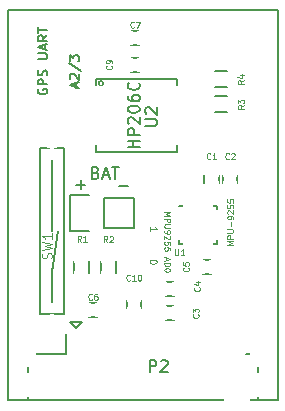
<source format=gto>
G04 #@! TF.FileFunction,Legend,Top*
%FSLAX46Y46*%
G04 Gerber Fmt 4.6, Leading zero omitted, Abs format (unit mm)*
G04 Created by KiCad (PCBNEW 4.0.0-rc2-stable) date 8/12/2015 5:56:54 PM*
%MOMM*%
G01*
G04 APERTURE LIST*
%ADD10C,0.100000*%
%ADD11C,0.130000*%
%ADD12C,0.200000*%
%ADD13C,0.180000*%
%ADD14C,0.150000*%
%ADD15C,0.381000*%
%ADD16R,1.200000X2.000000*%
%ADD17R,2.300000X3.400000*%
%ADD18R,1.600000X1.150000*%
%ADD19R,1.150000X1.600000*%
%ADD20R,1.400000X0.900000*%
%ADD21R,1.300000X1.600000*%
%ADD22R,0.950000X0.600000*%
%ADD23R,0.600000X0.950000*%
%ADD24R,1.275000X1.200000*%
%ADD25R,2.100000X1.300000*%
%ADD26R,1.150000X1.200000*%
%ADD27R,1.200000X1.150000*%
%ADD28R,0.900000X1.300000*%
%ADD29C,2.200000*%
%ADD30C,2.000000*%
%ADD31R,2.432000X2.432000*%
%ADD32O,2.432000X2.432000*%
G04 APERTURE END LIST*
D10*
D11*
X180433333Y-108771428D02*
X180433333Y-108390476D01*
X180661905Y-108847619D02*
X179861905Y-108580952D01*
X180661905Y-108314285D01*
X179938095Y-108085714D02*
X179900000Y-108047619D01*
X179861905Y-107971428D01*
X179861905Y-107780952D01*
X179900000Y-107704762D01*
X179938095Y-107666666D01*
X180014286Y-107628571D01*
X180090476Y-107628571D01*
X180204762Y-107666666D01*
X180661905Y-108123809D01*
X180661905Y-107628571D01*
X179823810Y-106714285D02*
X180852381Y-107400000D01*
X179861905Y-106523809D02*
X179861905Y-106028571D01*
X180166667Y-106295238D01*
X180166667Y-106180952D01*
X180204762Y-106104762D01*
X180242857Y-106066666D01*
X180319048Y-106028571D01*
X180509524Y-106028571D01*
X180585714Y-106066666D01*
X180623810Y-106104762D01*
X180661905Y-106180952D01*
X180661905Y-106409524D01*
X180623810Y-106485714D01*
X180585714Y-106523809D01*
D10*
X187247171Y-123491629D02*
X187247171Y-123548772D01*
X187218600Y-123605915D01*
X187190029Y-123634486D01*
X187132886Y-123663057D01*
X187018600Y-123691629D01*
X186875743Y-123691629D01*
X186761457Y-123663057D01*
X186704314Y-123634486D01*
X186675743Y-123605915D01*
X186647171Y-123548772D01*
X186647171Y-123491629D01*
X186675743Y-123434486D01*
X186704314Y-123405915D01*
X186761457Y-123377343D01*
X186875743Y-123348772D01*
X187018600Y-123348772D01*
X187132886Y-123377343D01*
X187190029Y-123405915D01*
X187218600Y-123434486D01*
X187247171Y-123491629D01*
X186697971Y-120948429D02*
X186697971Y-120605572D01*
X186697971Y-120777000D02*
X187297971Y-120777000D01*
X187212257Y-120719857D01*
X187155114Y-120662715D01*
X187126543Y-120605572D01*
D12*
X184048448Y-117089229D02*
X184810353Y-117089229D01*
X182065705Y-115981171D02*
X182208562Y-116028790D01*
X182256181Y-116076410D01*
X182303800Y-116171648D01*
X182303800Y-116314505D01*
X182256181Y-116409743D01*
X182208562Y-116457362D01*
X182113324Y-116504981D01*
X181732371Y-116504981D01*
X181732371Y-115504981D01*
X182065705Y-115504981D01*
X182160943Y-115552600D01*
X182208562Y-115600219D01*
X182256181Y-115695457D01*
X182256181Y-115790695D01*
X182208562Y-115885933D01*
X182160943Y-115933552D01*
X182065705Y-115981171D01*
X181732371Y-115981171D01*
X182684752Y-116219267D02*
X183160943Y-116219267D01*
X182589514Y-116504981D02*
X182922847Y-115504981D01*
X183256181Y-116504981D01*
X183446657Y-115504981D02*
X184018086Y-115504981D01*
X183732371Y-116504981D02*
X183732371Y-115504981D01*
X180441648Y-116987629D02*
X181203553Y-116987629D01*
X180822601Y-117368581D02*
X180822601Y-116606676D01*
D13*
X177222200Y-108895857D02*
X177184105Y-108972048D01*
X177184105Y-109086333D01*
X177222200Y-109200619D01*
X177298390Y-109276810D01*
X177374581Y-109314905D01*
X177526962Y-109353000D01*
X177641248Y-109353000D01*
X177793629Y-109314905D01*
X177869819Y-109276810D01*
X177946010Y-109200619D01*
X177984105Y-109086333D01*
X177984105Y-109010143D01*
X177946010Y-108895857D01*
X177907914Y-108857762D01*
X177641248Y-108857762D01*
X177641248Y-109010143D01*
X177984105Y-108514905D02*
X177184105Y-108514905D01*
X177184105Y-108210143D01*
X177222200Y-108133952D01*
X177260295Y-108095857D01*
X177336486Y-108057762D01*
X177450771Y-108057762D01*
X177526962Y-108095857D01*
X177565057Y-108133952D01*
X177603152Y-108210143D01*
X177603152Y-108514905D01*
X177946010Y-107753000D02*
X177984105Y-107638714D01*
X177984105Y-107448238D01*
X177946010Y-107372048D01*
X177907914Y-107333952D01*
X177831724Y-107295857D01*
X177755533Y-107295857D01*
X177679343Y-107333952D01*
X177641248Y-107372048D01*
X177603152Y-107448238D01*
X177565057Y-107600619D01*
X177526962Y-107676810D01*
X177488867Y-107714905D01*
X177412676Y-107753000D01*
X177336486Y-107753000D01*
X177260295Y-107714905D01*
X177222200Y-107676810D01*
X177184105Y-107600619D01*
X177184105Y-107410143D01*
X177222200Y-107295857D01*
X177184105Y-106343476D02*
X177831724Y-106343476D01*
X177907914Y-106305381D01*
X177946010Y-106267285D01*
X177984105Y-106191095D01*
X177984105Y-106038714D01*
X177946010Y-105962523D01*
X177907914Y-105924428D01*
X177831724Y-105886333D01*
X177184105Y-105886333D01*
X177755533Y-105543476D02*
X177755533Y-105162524D01*
X177984105Y-105619667D02*
X177184105Y-105353000D01*
X177984105Y-105086333D01*
X177984105Y-104362524D02*
X177603152Y-104629191D01*
X177984105Y-104819667D02*
X177184105Y-104819667D01*
X177184105Y-104514905D01*
X177222200Y-104438714D01*
X177260295Y-104400619D01*
X177336486Y-104362524D01*
X177450771Y-104362524D01*
X177526962Y-104400619D01*
X177565057Y-104438714D01*
X177603152Y-104514905D01*
X177603152Y-104819667D01*
X177184105Y-104133953D02*
X177184105Y-103676810D01*
X177984105Y-103905381D02*
X177184105Y-103905381D01*
D10*
X187886210Y-119293336D02*
X188386210Y-119293336D01*
X188029067Y-119460002D01*
X188386210Y-119626669D01*
X187886210Y-119626669D01*
X187886210Y-119864765D02*
X188386210Y-119864765D01*
X188386210Y-120055241D01*
X188362400Y-120102860D01*
X188338590Y-120126669D01*
X188290971Y-120150479D01*
X188219543Y-120150479D01*
X188171924Y-120126669D01*
X188148114Y-120102860D01*
X188124305Y-120055241D01*
X188124305Y-119864765D01*
X188386210Y-120364765D02*
X187981448Y-120364765D01*
X187933829Y-120388574D01*
X187910019Y-120412384D01*
X187886210Y-120460003D01*
X187886210Y-120555241D01*
X187910019Y-120602860D01*
X187933829Y-120626669D01*
X187981448Y-120650479D01*
X188386210Y-120650479D01*
X187886210Y-120912384D02*
X187886210Y-121007622D01*
X187910019Y-121055241D01*
X187933829Y-121079051D01*
X188005257Y-121126670D01*
X188100495Y-121150479D01*
X188290971Y-121150479D01*
X188338590Y-121126670D01*
X188362400Y-121102860D01*
X188386210Y-121055241D01*
X188386210Y-120960003D01*
X188362400Y-120912384D01*
X188338590Y-120888575D01*
X188290971Y-120864765D01*
X188171924Y-120864765D01*
X188124305Y-120888575D01*
X188100495Y-120912384D01*
X188076686Y-120960003D01*
X188076686Y-121055241D01*
X188100495Y-121102860D01*
X188124305Y-121126670D01*
X188171924Y-121150479D01*
X188338590Y-121340955D02*
X188362400Y-121364765D01*
X188386210Y-121412384D01*
X188386210Y-121531431D01*
X188362400Y-121579050D01*
X188338590Y-121602860D01*
X188290971Y-121626669D01*
X188243352Y-121626669D01*
X188171924Y-121602860D01*
X187886210Y-121317146D01*
X187886210Y-121626669D01*
X188386210Y-122079050D02*
X188386210Y-121840955D01*
X188148114Y-121817145D01*
X188171924Y-121840955D01*
X188195733Y-121888574D01*
X188195733Y-122007621D01*
X188171924Y-122055240D01*
X188148114Y-122079050D01*
X188100495Y-122102859D01*
X187981448Y-122102859D01*
X187933829Y-122079050D01*
X187910019Y-122055240D01*
X187886210Y-122007621D01*
X187886210Y-121888574D01*
X187910019Y-121840955D01*
X187933829Y-121817145D01*
X188386210Y-122555240D02*
X188386210Y-122317145D01*
X188148114Y-122293335D01*
X188171924Y-122317145D01*
X188195733Y-122364764D01*
X188195733Y-122483811D01*
X188171924Y-122531430D01*
X188148114Y-122555240D01*
X188100495Y-122579049D01*
X187981448Y-122579049D01*
X187933829Y-122555240D01*
X187910019Y-122531430D01*
X187886210Y-122483811D01*
X187886210Y-122364764D01*
X187910019Y-122317145D01*
X187933829Y-122293335D01*
X188029067Y-123150477D02*
X188029067Y-123388572D01*
X187886210Y-123102858D02*
X188386210Y-123269525D01*
X187886210Y-123436191D01*
X187886210Y-123602858D02*
X188386210Y-123602858D01*
X188386210Y-123721905D01*
X188362400Y-123793334D01*
X188314781Y-123840953D01*
X188267162Y-123864762D01*
X188171924Y-123888572D01*
X188100495Y-123888572D01*
X188005257Y-123864762D01*
X187957638Y-123840953D01*
X187910019Y-123793334D01*
X187886210Y-123721905D01*
X187886210Y-123602858D01*
X188386210Y-124198096D02*
X188386210Y-124245715D01*
X188362400Y-124293334D01*
X188338590Y-124317143D01*
X188290971Y-124340953D01*
X188195733Y-124364762D01*
X188076686Y-124364762D01*
X187981448Y-124340953D01*
X187933829Y-124317143D01*
X187910019Y-124293334D01*
X187886210Y-124245715D01*
X187886210Y-124198096D01*
X187910019Y-124150477D01*
X187933829Y-124126667D01*
X187981448Y-124102858D01*
X188076686Y-124079048D01*
X188195733Y-124079048D01*
X188290971Y-124102858D01*
X188338590Y-124126667D01*
X188362400Y-124150477D01*
X188386210Y-124198096D01*
D14*
X179530000Y-129624600D02*
X179530000Y-131324600D01*
X179530000Y-131324600D02*
X176330000Y-131324600D01*
X176330000Y-131324600D02*
X176330000Y-135224600D01*
X176330000Y-135224600D02*
X195780000Y-135224600D01*
X195780000Y-135224600D02*
X195780000Y-131324600D01*
X195780000Y-131324600D02*
X194780000Y-131324600D01*
X180430000Y-129124600D02*
X179930000Y-128624600D01*
X179930000Y-128624600D02*
X180930000Y-128624600D01*
X180930000Y-128624600D02*
X180430000Y-129124600D01*
X187991000Y-127289000D02*
X188691000Y-127289000D01*
X188691000Y-128489000D02*
X187991000Y-128489000D01*
X187991000Y-125257000D02*
X188691000Y-125257000D01*
X188691000Y-126457000D02*
X187991000Y-126457000D01*
X181514000Y-127035000D02*
X182214000Y-127035000D01*
X182214000Y-128235000D02*
X181514000Y-128235000D01*
X185770000Y-105197200D02*
X185070000Y-105197200D01*
X185070000Y-103997200D02*
X185770000Y-103997200D01*
X185770000Y-107432400D02*
X185070000Y-107432400D01*
X185070000Y-106232400D02*
X185770000Y-106232400D01*
X184693000Y-127477000D02*
X184693000Y-126777000D01*
X185893000Y-126777000D02*
X185893000Y-127477000D01*
X182484400Y-124477400D02*
X182484400Y-123477400D01*
X183834400Y-123477400D02*
X183834400Y-124477400D01*
X189154000Y-121996000D02*
X189154000Y-121596000D01*
X189154000Y-121996000D02*
X189554000Y-121996000D01*
X192354000Y-121996000D02*
X192354000Y-121596000D01*
X192354000Y-121996000D02*
X191954000Y-121996000D01*
X192354000Y-118796000D02*
X192354000Y-119196000D01*
X192354000Y-118796000D02*
X191954000Y-118796000D01*
X189154000Y-118796000D02*
X189554000Y-118796000D01*
X182718000Y-108420000D02*
G75*
G03X182718000Y-108420000I-200000J0D01*
G01*
X182118000Y-113620000D02*
X182118000Y-114220000D01*
X182118000Y-114220000D02*
X188918000Y-114220000D01*
X188918000Y-114220000D02*
X188918000Y-113620000D01*
X188918000Y-108620000D02*
X188918000Y-108720000D01*
X182118000Y-108720000D02*
X182118000Y-108020000D01*
X182118000Y-108020000D02*
X188918000Y-108020000D01*
X188918000Y-108020000D02*
X188918000Y-108620000D01*
X191284300Y-116872500D02*
X191284300Y-116172500D01*
X192484300Y-116172500D02*
X192484300Y-116872500D01*
X192846400Y-116847100D02*
X192846400Y-116147100D01*
X194046400Y-116147100D02*
X194046400Y-116847100D01*
X191166000Y-123352000D02*
X191866000Y-123352000D01*
X191866000Y-124552000D02*
X191166000Y-124552000D01*
X181548400Y-123477400D02*
X181548400Y-124477400D01*
X180198400Y-124477400D02*
X180198400Y-123477400D01*
X192184400Y-109510200D02*
X193184400Y-109510200D01*
X193184400Y-110860200D02*
X192184400Y-110860200D01*
X192159000Y-107402000D02*
X193159000Y-107402000D01*
X193159000Y-108752000D02*
X192159000Y-108752000D01*
X174625000Y-102235000D02*
X197485000Y-102235000D01*
X197485000Y-102235000D02*
X197485000Y-135255000D01*
X197485000Y-135255000D02*
X174625000Y-135255000D01*
X174625000Y-135255000D02*
X174625000Y-102235000D01*
X178871500Y-120929400D02*
X178371500Y-124429400D01*
X178371500Y-124429400D02*
X178371500Y-126929400D01*
X178371500Y-114929400D02*
X178371500Y-120929400D01*
X179371500Y-113929400D02*
X177371500Y-113929400D01*
X177371500Y-113929400D02*
X177371500Y-127929400D01*
X177371500Y-127929400D02*
X179371500Y-127929400D01*
X179371500Y-127929400D02*
X179371500Y-113929400D01*
X182753000Y-118110000D02*
X185293000Y-118110000D01*
X179933000Y-117830000D02*
X181483000Y-117830000D01*
X182753000Y-118110000D02*
X182753000Y-120650000D01*
X181483000Y-120930000D02*
X179933000Y-120930000D01*
X179933000Y-120930000D02*
X179933000Y-117830000D01*
X182753000Y-120650000D02*
X185293000Y-120650000D01*
X185293000Y-120650000D02*
X185293000Y-118110000D01*
X186637705Y-132862581D02*
X186637705Y-131862581D01*
X187018658Y-131862581D01*
X187113896Y-131910200D01*
X187161515Y-131957819D01*
X187209134Y-132053057D01*
X187209134Y-132195914D01*
X187161515Y-132291152D01*
X187113896Y-132338771D01*
X187018658Y-132386390D01*
X186637705Y-132386390D01*
X187590086Y-131957819D02*
X187637705Y-131910200D01*
X187732943Y-131862581D01*
X187971039Y-131862581D01*
X188066277Y-131910200D01*
X188113896Y-131957819D01*
X188161515Y-132053057D01*
X188161515Y-132148295D01*
X188113896Y-132291152D01*
X187542467Y-132862581D01*
X188161515Y-132862581D01*
D10*
X190742071Y-127972333D02*
X190765881Y-127996143D01*
X190789690Y-128067571D01*
X190789690Y-128115190D01*
X190765881Y-128186619D01*
X190718262Y-128234238D01*
X190670643Y-128258047D01*
X190575405Y-128281857D01*
X190503976Y-128281857D01*
X190408738Y-128258047D01*
X190361119Y-128234238D01*
X190313500Y-128186619D01*
X190289690Y-128115190D01*
X190289690Y-128067571D01*
X190313500Y-127996143D01*
X190337310Y-127972333D01*
X190289690Y-127805666D02*
X190289690Y-127496143D01*
X190480167Y-127662809D01*
X190480167Y-127591381D01*
X190503976Y-127543762D01*
X190527786Y-127519952D01*
X190575405Y-127496143D01*
X190694452Y-127496143D01*
X190742071Y-127519952D01*
X190765881Y-127543762D01*
X190789690Y-127591381D01*
X190789690Y-127734238D01*
X190765881Y-127781857D01*
X190742071Y-127805666D01*
X190856371Y-125686333D02*
X190880181Y-125710143D01*
X190903990Y-125781571D01*
X190903990Y-125829190D01*
X190880181Y-125900619D01*
X190832562Y-125948238D01*
X190784943Y-125972047D01*
X190689705Y-125995857D01*
X190618276Y-125995857D01*
X190523038Y-125972047D01*
X190475419Y-125948238D01*
X190427800Y-125900619D01*
X190403990Y-125829190D01*
X190403990Y-125781571D01*
X190427800Y-125710143D01*
X190451610Y-125686333D01*
X190570657Y-125257762D02*
X190903990Y-125257762D01*
X190380181Y-125376809D02*
X190737324Y-125495857D01*
X190737324Y-125186333D01*
X181755267Y-126695971D02*
X181731457Y-126719781D01*
X181660029Y-126743590D01*
X181612410Y-126743590D01*
X181540981Y-126719781D01*
X181493362Y-126672162D01*
X181469553Y-126624543D01*
X181445743Y-126529305D01*
X181445743Y-126457876D01*
X181469553Y-126362638D01*
X181493362Y-126315019D01*
X181540981Y-126267400D01*
X181612410Y-126243590D01*
X181660029Y-126243590D01*
X181731457Y-126267400D01*
X181755267Y-126291210D01*
X182183838Y-126243590D02*
X182088600Y-126243590D01*
X182040981Y-126267400D01*
X182017172Y-126291210D01*
X181969553Y-126362638D01*
X181945743Y-126457876D01*
X181945743Y-126648352D01*
X181969553Y-126695971D01*
X181993362Y-126719781D01*
X182040981Y-126743590D01*
X182136219Y-126743590D01*
X182183838Y-126719781D01*
X182207648Y-126695971D01*
X182231457Y-126648352D01*
X182231457Y-126529305D01*
X182207648Y-126481686D01*
X182183838Y-126457876D01*
X182136219Y-126434067D01*
X182040981Y-126434067D01*
X181993362Y-126457876D01*
X181969553Y-126481686D01*
X181945743Y-126529305D01*
X185311267Y-103645471D02*
X185287457Y-103669281D01*
X185216029Y-103693090D01*
X185168410Y-103693090D01*
X185096981Y-103669281D01*
X185049362Y-103621662D01*
X185025553Y-103574043D01*
X185001743Y-103478805D01*
X185001743Y-103407376D01*
X185025553Y-103312138D01*
X185049362Y-103264519D01*
X185096981Y-103216900D01*
X185168410Y-103193090D01*
X185216029Y-103193090D01*
X185287457Y-103216900D01*
X185311267Y-103240710D01*
X185477934Y-103193090D02*
X185811267Y-103193090D01*
X185596981Y-103693090D01*
X183401471Y-106915733D02*
X183425281Y-106939543D01*
X183449090Y-107010971D01*
X183449090Y-107058590D01*
X183425281Y-107130019D01*
X183377662Y-107177638D01*
X183330043Y-107201447D01*
X183234805Y-107225257D01*
X183163376Y-107225257D01*
X183068138Y-107201447D01*
X183020519Y-107177638D01*
X182972900Y-107130019D01*
X182949090Y-107058590D01*
X182949090Y-107010971D01*
X182972900Y-106939543D01*
X182996710Y-106915733D01*
X183449090Y-106677638D02*
X183449090Y-106582400D01*
X183425281Y-106534781D01*
X183401471Y-106510971D01*
X183330043Y-106463352D01*
X183234805Y-106439543D01*
X183044329Y-106439543D01*
X182996710Y-106463352D01*
X182972900Y-106487162D01*
X182949090Y-106534781D01*
X182949090Y-106630019D01*
X182972900Y-106677638D01*
X182996710Y-106701447D01*
X183044329Y-106725257D01*
X183163376Y-106725257D01*
X183210995Y-106701447D01*
X183234805Y-106677638D01*
X183258614Y-106630019D01*
X183258614Y-106534781D01*
X183234805Y-106487162D01*
X183210995Y-106463352D01*
X183163376Y-106439543D01*
X184971572Y-125070371D02*
X184947762Y-125094181D01*
X184876334Y-125117990D01*
X184828715Y-125117990D01*
X184757286Y-125094181D01*
X184709667Y-125046562D01*
X184685858Y-124998943D01*
X184662048Y-124903705D01*
X184662048Y-124832276D01*
X184685858Y-124737038D01*
X184709667Y-124689419D01*
X184757286Y-124641800D01*
X184828715Y-124617990D01*
X184876334Y-124617990D01*
X184947762Y-124641800D01*
X184971572Y-124665610D01*
X185447762Y-125117990D02*
X185162048Y-125117990D01*
X185304905Y-125117990D02*
X185304905Y-124617990D01*
X185257286Y-124689419D01*
X185209667Y-124737038D01*
X185162048Y-124760848D01*
X185757286Y-124617990D02*
X185804905Y-124617990D01*
X185852524Y-124641800D01*
X185876333Y-124665610D01*
X185900143Y-124713229D01*
X185923952Y-124808467D01*
X185923952Y-124927514D01*
X185900143Y-125022752D01*
X185876333Y-125070371D01*
X185852524Y-125094181D01*
X185804905Y-125117990D01*
X185757286Y-125117990D01*
X185709667Y-125094181D01*
X185685857Y-125070371D01*
X185662048Y-125022752D01*
X185638238Y-124927514D01*
X185638238Y-124808467D01*
X185662048Y-124713229D01*
X185685857Y-124665610D01*
X185709667Y-124641800D01*
X185757286Y-124617990D01*
X183063367Y-121841390D02*
X182896700Y-121603295D01*
X182777653Y-121841390D02*
X182777653Y-121341390D01*
X182968129Y-121341390D01*
X183015748Y-121365200D01*
X183039557Y-121389010D01*
X183063367Y-121436629D01*
X183063367Y-121508057D01*
X183039557Y-121555676D01*
X183015748Y-121579486D01*
X182968129Y-121603295D01*
X182777653Y-121603295D01*
X183253843Y-121389010D02*
X183277653Y-121365200D01*
X183325272Y-121341390D01*
X183444319Y-121341390D01*
X183491938Y-121365200D01*
X183515748Y-121389010D01*
X183539557Y-121436629D01*
X183539557Y-121484248D01*
X183515748Y-121555676D01*
X183230034Y-121841390D01*
X183539557Y-121841390D01*
X188785548Y-122471690D02*
X188785548Y-122876452D01*
X188809357Y-122924071D01*
X188833167Y-122947881D01*
X188880786Y-122971690D01*
X188976024Y-122971690D01*
X189023643Y-122947881D01*
X189047452Y-122924071D01*
X189071262Y-122876452D01*
X189071262Y-122471690D01*
X189571262Y-122971690D02*
X189285548Y-122971690D01*
X189428405Y-122971690D02*
X189428405Y-122471690D01*
X189380786Y-122543119D01*
X189333167Y-122590738D01*
X189285548Y-122614548D01*
X193723390Y-122133275D02*
X193223390Y-122133275D01*
X193580533Y-121966609D01*
X193223390Y-121799942D01*
X193723390Y-121799942D01*
X193723390Y-121561846D02*
X193223390Y-121561846D01*
X193223390Y-121371370D01*
X193247200Y-121323751D01*
X193271010Y-121299942D01*
X193318629Y-121276132D01*
X193390057Y-121276132D01*
X193437676Y-121299942D01*
X193461486Y-121323751D01*
X193485295Y-121371370D01*
X193485295Y-121561846D01*
X193223390Y-121061846D02*
X193628152Y-121061846D01*
X193675771Y-121038037D01*
X193699581Y-121014227D01*
X193723390Y-120966608D01*
X193723390Y-120871370D01*
X193699581Y-120823751D01*
X193675771Y-120799942D01*
X193628152Y-120776132D01*
X193223390Y-120776132D01*
X193532914Y-120538036D02*
X193532914Y-120157084D01*
X193723390Y-119895179D02*
X193723390Y-119799941D01*
X193699581Y-119752322D01*
X193675771Y-119728512D01*
X193604343Y-119680893D01*
X193509105Y-119657084D01*
X193318629Y-119657084D01*
X193271010Y-119680893D01*
X193247200Y-119704703D01*
X193223390Y-119752322D01*
X193223390Y-119847560D01*
X193247200Y-119895179D01*
X193271010Y-119918988D01*
X193318629Y-119942798D01*
X193437676Y-119942798D01*
X193485295Y-119918988D01*
X193509105Y-119895179D01*
X193532914Y-119847560D01*
X193532914Y-119752322D01*
X193509105Y-119704703D01*
X193485295Y-119680893D01*
X193437676Y-119657084D01*
X193271010Y-119466608D02*
X193247200Y-119442798D01*
X193223390Y-119395179D01*
X193223390Y-119276132D01*
X193247200Y-119228513D01*
X193271010Y-119204703D01*
X193318629Y-119180894D01*
X193366248Y-119180894D01*
X193437676Y-119204703D01*
X193723390Y-119490417D01*
X193723390Y-119180894D01*
X193223390Y-118728513D02*
X193223390Y-118966608D01*
X193461486Y-118990418D01*
X193437676Y-118966608D01*
X193413867Y-118918989D01*
X193413867Y-118799942D01*
X193437676Y-118752323D01*
X193461486Y-118728513D01*
X193509105Y-118704704D01*
X193628152Y-118704704D01*
X193675771Y-118728513D01*
X193699581Y-118752323D01*
X193723390Y-118799942D01*
X193723390Y-118918989D01*
X193699581Y-118966608D01*
X193675771Y-118990418D01*
X193223390Y-118252323D02*
X193223390Y-118490418D01*
X193461486Y-118514228D01*
X193437676Y-118490418D01*
X193413867Y-118442799D01*
X193413867Y-118323752D01*
X193437676Y-118276133D01*
X193461486Y-118252323D01*
X193509105Y-118228514D01*
X193628152Y-118228514D01*
X193675771Y-118252323D01*
X193699581Y-118276133D01*
X193723390Y-118323752D01*
X193723390Y-118442799D01*
X193699581Y-118490418D01*
X193675771Y-118514228D01*
D14*
X186269381Y-112013905D02*
X187078905Y-112013905D01*
X187174143Y-111966286D01*
X187221762Y-111918667D01*
X187269381Y-111823429D01*
X187269381Y-111632952D01*
X187221762Y-111537714D01*
X187174143Y-111490095D01*
X187078905Y-111442476D01*
X186269381Y-111442476D01*
X186364619Y-111013905D02*
X186317000Y-110966286D01*
X186269381Y-110871048D01*
X186269381Y-110632952D01*
X186317000Y-110537714D01*
X186364619Y-110490095D01*
X186459857Y-110442476D01*
X186555095Y-110442476D01*
X186697952Y-110490095D01*
X187269381Y-111061524D01*
X187269381Y-110442476D01*
X185796181Y-113839286D02*
X184796181Y-113839286D01*
X185272371Y-113839286D02*
X185272371Y-113267857D01*
X185796181Y-113267857D02*
X184796181Y-113267857D01*
X185796181Y-112791667D02*
X184796181Y-112791667D01*
X184796181Y-112410714D01*
X184843800Y-112315476D01*
X184891419Y-112267857D01*
X184986657Y-112220238D01*
X185129514Y-112220238D01*
X185224752Y-112267857D01*
X185272371Y-112315476D01*
X185319990Y-112410714D01*
X185319990Y-112791667D01*
X184891419Y-111839286D02*
X184843800Y-111791667D01*
X184796181Y-111696429D01*
X184796181Y-111458333D01*
X184843800Y-111363095D01*
X184891419Y-111315476D01*
X184986657Y-111267857D01*
X185081895Y-111267857D01*
X185224752Y-111315476D01*
X185796181Y-111886905D01*
X185796181Y-111267857D01*
X184796181Y-110648810D02*
X184796181Y-110553571D01*
X184843800Y-110458333D01*
X184891419Y-110410714D01*
X184986657Y-110363095D01*
X185177133Y-110315476D01*
X185415229Y-110315476D01*
X185605705Y-110363095D01*
X185700943Y-110410714D01*
X185748562Y-110458333D01*
X185796181Y-110553571D01*
X185796181Y-110648810D01*
X185748562Y-110744048D01*
X185700943Y-110791667D01*
X185605705Y-110839286D01*
X185415229Y-110886905D01*
X185177133Y-110886905D01*
X184986657Y-110839286D01*
X184891419Y-110791667D01*
X184843800Y-110744048D01*
X184796181Y-110648810D01*
X184796181Y-109458333D02*
X184796181Y-109648810D01*
X184843800Y-109744048D01*
X184891419Y-109791667D01*
X185034276Y-109886905D01*
X185224752Y-109934524D01*
X185605705Y-109934524D01*
X185700943Y-109886905D01*
X185748562Y-109839286D01*
X185796181Y-109744048D01*
X185796181Y-109553571D01*
X185748562Y-109458333D01*
X185700943Y-109410714D01*
X185605705Y-109363095D01*
X185367610Y-109363095D01*
X185272371Y-109410714D01*
X185224752Y-109458333D01*
X185177133Y-109553571D01*
X185177133Y-109744048D01*
X185224752Y-109839286D01*
X185272371Y-109886905D01*
X185367610Y-109934524D01*
X185700943Y-108363095D02*
X185748562Y-108410714D01*
X185796181Y-108553571D01*
X185796181Y-108648809D01*
X185748562Y-108791667D01*
X185653324Y-108886905D01*
X185558086Y-108934524D01*
X185367610Y-108982143D01*
X185224752Y-108982143D01*
X185034276Y-108934524D01*
X184939038Y-108886905D01*
X184843800Y-108791667D01*
X184796181Y-108648809D01*
X184796181Y-108553571D01*
X184843800Y-108410714D01*
X184891419Y-108363095D01*
D10*
X191788267Y-114783371D02*
X191764457Y-114807181D01*
X191693029Y-114830990D01*
X191645410Y-114830990D01*
X191573981Y-114807181D01*
X191526362Y-114759562D01*
X191502553Y-114711943D01*
X191478743Y-114616705D01*
X191478743Y-114545276D01*
X191502553Y-114450038D01*
X191526362Y-114402419D01*
X191573981Y-114354800D01*
X191645410Y-114330990D01*
X191693029Y-114330990D01*
X191764457Y-114354800D01*
X191788267Y-114378610D01*
X192264457Y-114830990D02*
X191978743Y-114830990D01*
X192121600Y-114830990D02*
X192121600Y-114330990D01*
X192073981Y-114402419D01*
X192026362Y-114450038D01*
X191978743Y-114473848D01*
X193363067Y-114783371D02*
X193339257Y-114807181D01*
X193267829Y-114830990D01*
X193220210Y-114830990D01*
X193148781Y-114807181D01*
X193101162Y-114759562D01*
X193077353Y-114711943D01*
X193053543Y-114616705D01*
X193053543Y-114545276D01*
X193077353Y-114450038D01*
X193101162Y-114402419D01*
X193148781Y-114354800D01*
X193220210Y-114330990D01*
X193267829Y-114330990D01*
X193339257Y-114354800D01*
X193363067Y-114378610D01*
X193553543Y-114378610D02*
X193577353Y-114354800D01*
X193624972Y-114330990D01*
X193744019Y-114330990D01*
X193791638Y-114354800D01*
X193815448Y-114378610D01*
X193839257Y-114426229D01*
X193839257Y-114473848D01*
X193815448Y-114545276D01*
X193529734Y-114830990D01*
X193839257Y-114830990D01*
X189916571Y-124035333D02*
X189940381Y-124059143D01*
X189964190Y-124130571D01*
X189964190Y-124178190D01*
X189940381Y-124249619D01*
X189892762Y-124297238D01*
X189845143Y-124321047D01*
X189749905Y-124344857D01*
X189678476Y-124344857D01*
X189583238Y-124321047D01*
X189535619Y-124297238D01*
X189488000Y-124249619D01*
X189464190Y-124178190D01*
X189464190Y-124130571D01*
X189488000Y-124059143D01*
X189511810Y-124035333D01*
X189464190Y-123582952D02*
X189464190Y-123821047D01*
X189702286Y-123844857D01*
X189678476Y-123821047D01*
X189654667Y-123773428D01*
X189654667Y-123654381D01*
X189678476Y-123606762D01*
X189702286Y-123582952D01*
X189749905Y-123559143D01*
X189868952Y-123559143D01*
X189916571Y-123582952D01*
X189940381Y-123606762D01*
X189964190Y-123654381D01*
X189964190Y-123773428D01*
X189940381Y-123821047D01*
X189916571Y-123844857D01*
X180840867Y-121815990D02*
X180674200Y-121577895D01*
X180555153Y-121815990D02*
X180555153Y-121315990D01*
X180745629Y-121315990D01*
X180793248Y-121339800D01*
X180817057Y-121363610D01*
X180840867Y-121411229D01*
X180840867Y-121482657D01*
X180817057Y-121530276D01*
X180793248Y-121554086D01*
X180745629Y-121577895D01*
X180555153Y-121577895D01*
X181317057Y-121815990D02*
X181031343Y-121815990D01*
X181174200Y-121815990D02*
X181174200Y-121315990D01*
X181126581Y-121387419D01*
X181078962Y-121435038D01*
X181031343Y-121458848D01*
X194625090Y-110268533D02*
X194386995Y-110435200D01*
X194625090Y-110554247D02*
X194125090Y-110554247D01*
X194125090Y-110363771D01*
X194148900Y-110316152D01*
X194172710Y-110292343D01*
X194220329Y-110268533D01*
X194291757Y-110268533D01*
X194339376Y-110292343D01*
X194363186Y-110316152D01*
X194386995Y-110363771D01*
X194386995Y-110554247D01*
X194125090Y-110101866D02*
X194125090Y-109792343D01*
X194315567Y-109959009D01*
X194315567Y-109887581D01*
X194339376Y-109839962D01*
X194363186Y-109816152D01*
X194410805Y-109792343D01*
X194529852Y-109792343D01*
X194577471Y-109816152D01*
X194601281Y-109839962D01*
X194625090Y-109887581D01*
X194625090Y-110030438D01*
X194601281Y-110078057D01*
X194577471Y-110101866D01*
X194599690Y-108160333D02*
X194361595Y-108327000D01*
X194599690Y-108446047D02*
X194099690Y-108446047D01*
X194099690Y-108255571D01*
X194123500Y-108207952D01*
X194147310Y-108184143D01*
X194194929Y-108160333D01*
X194266357Y-108160333D01*
X194313976Y-108184143D01*
X194337786Y-108207952D01*
X194361595Y-108255571D01*
X194361595Y-108446047D01*
X194266357Y-107731762D02*
X194599690Y-107731762D01*
X194075881Y-107850809D02*
X194433024Y-107969857D01*
X194433024Y-107660333D01*
X178314310Y-123240667D02*
X178352405Y-123126381D01*
X178352405Y-122935905D01*
X178314310Y-122859715D01*
X178276214Y-122821619D01*
X178200024Y-122783524D01*
X178123833Y-122783524D01*
X178047643Y-122821619D01*
X178009548Y-122859715D01*
X177971452Y-122935905D01*
X177933357Y-123088286D01*
X177895262Y-123164477D01*
X177857167Y-123202572D01*
X177780976Y-123240667D01*
X177704786Y-123240667D01*
X177628595Y-123202572D01*
X177590500Y-123164477D01*
X177552405Y-123088286D01*
X177552405Y-122897810D01*
X177590500Y-122783524D01*
X177552405Y-122516857D02*
X178352405Y-122326381D01*
X177780976Y-122174000D01*
X178352405Y-122021619D01*
X177552405Y-121831143D01*
X178352405Y-121107333D02*
X178352405Y-121564476D01*
X178352405Y-121335905D02*
X177552405Y-121335905D01*
X177666690Y-121412095D01*
X177742881Y-121488286D01*
X177780976Y-121564476D01*
%LPC*%
D15*
X186588400Y-122574000D02*
X187299600Y-122574000D01*
X186588400Y-121774000D02*
X187299600Y-121774000D01*
X178816000Y-106908600D02*
X178816000Y-106197400D01*
X178816000Y-108559600D02*
X178816000Y-107848400D01*
D16*
X180430000Y-130424600D03*
X181680000Y-130424600D03*
X182930000Y-130424600D03*
X184180000Y-130424600D03*
X185430000Y-130424600D03*
X186680000Y-130424600D03*
X187930000Y-130424600D03*
X189180000Y-130424600D03*
X190430000Y-130424600D03*
X191680000Y-130424600D03*
D17*
X178054000Y-133324600D03*
X194030600Y-133629400D03*
D18*
X187391000Y-127889000D03*
X189291000Y-127889000D03*
X187391000Y-125857000D03*
X189291000Y-125857000D03*
X180914000Y-127635000D03*
X182814000Y-127635000D03*
X186370000Y-104597200D03*
X184470000Y-104597200D03*
X186370000Y-106832400D03*
X184470000Y-106832400D03*
D19*
X185293000Y-128077000D03*
X185293000Y-126177000D03*
D10*
G36*
X186592210Y-123225790D02*
X186292490Y-122522210D01*
X187595510Y-122522210D01*
X187295790Y-123225790D01*
X186592210Y-123225790D01*
X186592210Y-123225790D01*
G37*
G36*
X186292490Y-121825790D02*
X186592210Y-121122210D01*
X187295790Y-121122210D01*
X187595510Y-121825790D01*
X186292490Y-121825790D01*
X186292490Y-121825790D01*
G37*
D20*
X186944000Y-122174000D03*
D10*
G36*
X179472590Y-106904790D02*
X178769010Y-107204510D01*
X178769010Y-105901490D01*
X179472590Y-106201210D01*
X179472590Y-106904790D01*
X179472590Y-106904790D01*
G37*
G36*
X178862990Y-107204510D02*
X178159410Y-106904790D01*
X178159410Y-106201210D01*
X178862990Y-105901490D01*
X178862990Y-107204510D01*
X178862990Y-107204510D01*
G37*
G36*
X179472590Y-108555790D02*
X178769010Y-108855510D01*
X178769010Y-107552490D01*
X179472590Y-107852210D01*
X179472590Y-108555790D01*
X179472590Y-108555790D01*
G37*
G36*
X178862990Y-108855510D02*
X178159410Y-108555790D01*
X178159410Y-107852210D01*
X178862990Y-107552490D01*
X178862990Y-108855510D01*
X178862990Y-108855510D01*
G37*
D21*
X183159400Y-122877400D03*
X183159400Y-125077400D03*
D22*
X189254000Y-119396000D03*
X189254000Y-119796000D03*
X189254000Y-120196000D03*
X189254000Y-120596000D03*
X189254000Y-120996000D03*
X189254000Y-121396000D03*
D23*
X189754000Y-121896000D03*
X190154000Y-121896000D03*
X190554000Y-121896000D03*
X190954000Y-121896000D03*
X191354000Y-121896000D03*
X191754000Y-121896000D03*
D22*
X192254000Y-121396000D03*
X192254000Y-120996000D03*
X192254000Y-120596000D03*
X192254000Y-120196000D03*
X192254000Y-119796000D03*
X192254000Y-119396000D03*
D23*
X191754000Y-118896000D03*
X191354000Y-118896000D03*
X190954000Y-118896000D03*
X190554000Y-118896000D03*
X190154000Y-118896000D03*
X189754000Y-118896000D03*
D24*
X191189000Y-120796000D03*
X191189000Y-119996000D03*
X190319000Y-120796000D03*
X190319000Y-119996000D03*
D25*
X182118000Y-109220000D03*
X182118000Y-111120000D03*
X182118000Y-113020000D03*
X188918000Y-113020000D03*
X188918000Y-111120000D03*
X188918000Y-109220000D03*
D26*
X191884300Y-117272500D03*
X191884300Y-115772500D03*
X193446400Y-117247100D03*
X193446400Y-115747100D03*
D27*
X190766000Y-123952000D03*
X192266000Y-123952000D03*
D21*
X180873400Y-125077400D03*
X180873400Y-122877400D03*
D28*
X193434400Y-110185200D03*
X191934400Y-110185200D03*
X193409000Y-108077000D03*
X191909000Y-108077000D03*
D29*
X175895000Y-103505000D03*
X175895000Y-106045000D03*
X175895000Y-108585000D03*
X175895000Y-111125000D03*
X175895000Y-113665000D03*
X175895000Y-116205000D03*
X175895000Y-118745000D03*
X175895000Y-121285000D03*
X175895000Y-123825000D03*
X175895000Y-126365000D03*
X175895000Y-128905000D03*
X175895000Y-131445000D03*
X175895000Y-133985000D03*
X196215000Y-103505000D03*
X196215000Y-106045000D03*
X196215000Y-108585000D03*
X196215000Y-111125000D03*
X196215000Y-113665000D03*
X196215000Y-116205000D03*
X196215000Y-118745000D03*
X196215000Y-121285000D03*
X196215000Y-123825000D03*
X196215000Y-126365000D03*
X196215000Y-128905000D03*
X196215000Y-131445000D03*
X196215000Y-133985000D03*
D30*
X178371500Y-112929400D03*
X178371500Y-128929400D03*
D31*
X181483000Y-119380000D03*
D32*
X184023000Y-119380000D03*
M02*

</source>
